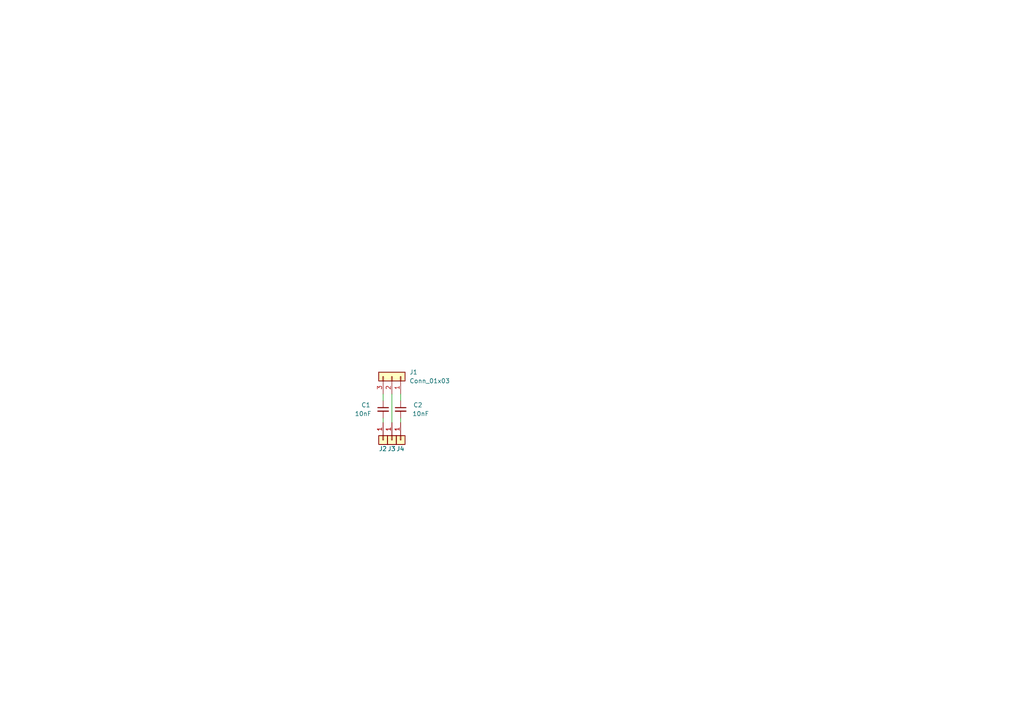
<source format=kicad_sch>
(kicad_sch (version 20211123) (generator eeschema)
  (paper "A4")
  (lib_symbols
    (symbol "Connector_Generic:Conn_01x01" (pin_names (offset 1.016) hide)
      (property "Reference" "J" (at 0 2.54 0))
      (property "Value" "Conn_01x01" (at 0 -2.54 0))
      (symbol "Conn_01x01_1_1"
        (rectangle (start -1.27 0.127) (end 0 -0.127) (stroke (width 0.1524)))
        (rectangle (start -1.27 1.27) (end 1.27 -1.27) (stroke (width 0.254)) (fill (type background)))
        (pin passive line (at -5.08 0 0) (length 3.81) (name "Pin_1") (number "1"))
      )
    )
    (symbol "Connector_Generic:Conn_01x03" (pin_names (offset 1.016) hide)
      (property "Reference" "J" (at 0 5.08 0))
      (property "Value" "Conn_01x03" (at 0 -5.08 0))
      (symbol "Conn_01x03_1_1"
        (rectangle (start -1.27 -2.413) (end 0 -2.667) (stroke (width 0.1524)))
        (rectangle (start -1.27 0.127) (end 0 -0.127) (stroke (width 0.1524)))
        (rectangle (start -1.27 2.667) (end 0 2.413) (stroke (width 0.1524)))
        (rectangle (start -1.27 3.81) (end 1.27 -3.81) (stroke (width 0.254)) (fill (type background)))
        (pin passive line (at -5.08 2.54 0) (length 3.81) (name "Pin_1") (number "1"))
        (pin passive line (at -5.08 0 0) (length 3.81) (name "Pin_2") (number "2"))
        (pin passive line (at -5.08 -2.54 0) (length 3.81) (name "Pin_3") (number "3"))
      )
    )
    (symbol "Device:C_Small" (pin_numbers hide) (pin_names (offset 0.254) hide)
      (property "Reference" "C" (at 0.254 1.778 0))
      (property "Value" "C_Small" (at 0.254 -2.032 0))
      (symbol "C_Small_0_1"
        (polyline (pts (xy -1.524 -0.508) (xy 1.524 -0.508)) (stroke (width 0.3302)))
        (polyline (pts (xy -1.524 0.508) (xy 1.524 0.508)) (stroke (width 0.3048)))
      )
      (symbol "C_Small_1_1"
        (pin passive line (at 0 2.54 270) (length 2.032) (name "~") (number "1"))
        (pin passive line (at 0 -2.54 90) (length 2.032) (name "~") (number "2"))
      )
    )
  )
  (wire (pts (xy 116.205 114.3) (xy 116.205 116.205)))
  (wire (pts (xy 116.205 121.285) (xy 116.205 122.555)))
  (wire (pts (xy 113.665 114.3) (xy 113.665 122.555)))
  (wire (pts (xy 111.125 121.285) (xy 111.125 122.555)))
  (wire (pts (xy 111.125 114.3) (xy 111.125 116.205)))
  (symbol (lib_id "Connector_Generic:Conn_01x03") (at 113.665 109.22 270) (mirror x) (unit 1)
    (property "Reference" "J1" (at 118.745 107.9499 90) (effects (justify left)))
    (property "Value" "Conn_01x03" (at 118.745 110.4899 90) (effects (justify left)))
    (property "Footprint" "myDevices:Murata_Ceramic_Filter" (effects hide))
  )
  (symbol (lib_id "Connector_Generic:Conn_01x01") (at 116.205 127.635 270) (unit 1)
    (property "Reference" "J4" (at 114.935 130.175 90) (effects (justify left)))
    (property "Value" "Conn_01x01" (effects hide))
    (property "Footprint" "myDevices:PinHeader_1x01_P2.54mm_Vertical" (effects hide))
  )
  (symbol (lib_id "Connector_Generic:Conn_01x01") (at 111.125 127.635 270) (unit 1)
    (property "Reference" "J2" (at 109.855 130.175 90) (effects (justify left)))
    (property "Value" "Conn_01x01" (effects hide))
    (property "Footprint" "myDevices:PinHeader_1x01_P2.54mm_Vertical" (effects hide))
  )
  (symbol (lib_id "Device:C_Small") (at 116.205 118.745 0) (unit 1)
    (property "Reference" "C2" (at 122.555 117.475 0) (effects (justify right)))
    (property "Value" "10nF" (at 124.46 120.015 0) (effects (justify right)))
    (property "Footprint" "Capacitor_SMD:C_0805_2012Metric" (effects hide))
  )
  (symbol (lib_id "Device:C_Small") (at 111.125 118.745 0) (mirror y) (unit 1)
    (property "Reference" "C1" (at 104.775 117.475 0) (effects (justify right)))
    (property "Value" "10nF" (at 102.87 120.015 0) (effects (justify right)))
    (property "Footprint" "Capacitor_SMD:C_0805_2012Metric" (effects hide))
  )
  (symbol (lib_id "Connector_Generic:Conn_01x01") (at 113.665 127.635 270) (unit 1)
    (property "Reference" "J3" (at 112.395 130.175 90) (effects (justify left)))
    (property "Value" "Conn_01x01" (effects hide))
    (property "Footprint" "myDevices:PinHeader_1x01_P2.54mm_Vertical" (effects hide))
  )
)
</source>
